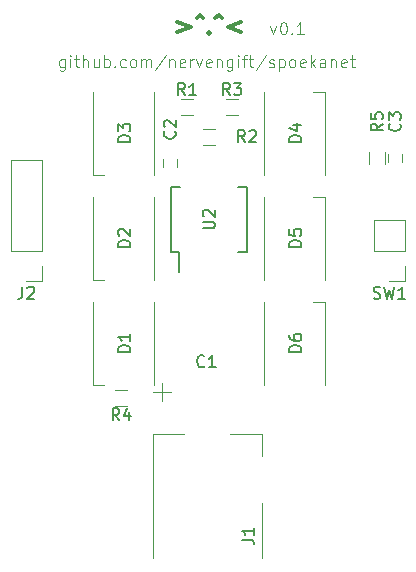
<source format=gto>
G04 #@! TF.GenerationSoftware,KiCad,Pcbnew,(5.0.0-rc2-206-gf10aa6c85)*
G04 #@! TF.CreationDate,2018-07-11T01:20:15+02:00*
G04 #@! TF.ProjectId,Sp_ka,5370F66B612E6B696361645F70636200,rev?*
G04 #@! TF.SameCoordinates,Original*
G04 #@! TF.FileFunction,Legend,Top*
G04 #@! TF.FilePolarity,Positive*
%FSLAX46Y46*%
G04 Gerber Fmt 4.6, Leading zero omitted, Abs format (unit mm)*
G04 Created by KiCad (PCBNEW (5.0.0-rc2-206-gf10aa6c85)) date Wed Jul 11 01:20:15 2018*
%MOMM*%
%LPD*%
G01*
G04 APERTURE LIST*
%ADD10C,0.300000*%
%ADD11C,0.100000*%
%ADD12C,0.120000*%
%ADD13C,0.150000*%
G04 APERTURE END LIST*
D10*
X133429714Y-94420571D02*
X134572571Y-94849142D01*
X133429714Y-95277714D01*
X135072571Y-94063428D02*
X135358285Y-93849142D01*
X135644000Y-94063428D01*
X136144000Y-95277714D02*
X136215428Y-95349142D01*
X136144000Y-95420571D01*
X136072571Y-95349142D01*
X136144000Y-95277714D01*
X136144000Y-95420571D01*
X136644000Y-94063428D02*
X136929714Y-93849142D01*
X137215428Y-94063428D01*
X138858285Y-94420571D02*
X137715428Y-94849142D01*
X138858285Y-95277714D01*
D11*
X141319428Y-94781714D02*
X141557523Y-95448380D01*
X141795619Y-94781714D01*
X142367047Y-94448380D02*
X142462285Y-94448380D01*
X142557523Y-94496000D01*
X142605142Y-94543619D01*
X142652761Y-94638857D01*
X142700380Y-94829333D01*
X142700380Y-95067428D01*
X142652761Y-95257904D01*
X142605142Y-95353142D01*
X142557523Y-95400761D01*
X142462285Y-95448380D01*
X142367047Y-95448380D01*
X142271809Y-95400761D01*
X142224190Y-95353142D01*
X142176571Y-95257904D01*
X142128952Y-95067428D01*
X142128952Y-94829333D01*
X142176571Y-94638857D01*
X142224190Y-94543619D01*
X142271809Y-94496000D01*
X142367047Y-94448380D01*
X143128952Y-95353142D02*
X143176571Y-95400761D01*
X143128952Y-95448380D01*
X143081333Y-95400761D01*
X143128952Y-95353142D01*
X143128952Y-95448380D01*
X144128952Y-95448380D02*
X143557523Y-95448380D01*
X143843238Y-95448380D02*
X143843238Y-94448380D01*
X143748000Y-94591238D01*
X143652761Y-94686476D01*
X143557523Y-94734095D01*
X123913809Y-97575714D02*
X123913809Y-98385238D01*
X123866190Y-98480476D01*
X123818571Y-98528095D01*
X123723333Y-98575714D01*
X123580476Y-98575714D01*
X123485238Y-98528095D01*
X123913809Y-98194761D02*
X123818571Y-98242380D01*
X123628095Y-98242380D01*
X123532857Y-98194761D01*
X123485238Y-98147142D01*
X123437619Y-98051904D01*
X123437619Y-97766190D01*
X123485238Y-97670952D01*
X123532857Y-97623333D01*
X123628095Y-97575714D01*
X123818571Y-97575714D01*
X123913809Y-97623333D01*
X124390000Y-98242380D02*
X124390000Y-97575714D01*
X124390000Y-97242380D02*
X124342380Y-97290000D01*
X124390000Y-97337619D01*
X124437619Y-97290000D01*
X124390000Y-97242380D01*
X124390000Y-97337619D01*
X124723333Y-97575714D02*
X125104285Y-97575714D01*
X124866190Y-97242380D02*
X124866190Y-98099523D01*
X124913809Y-98194761D01*
X125009047Y-98242380D01*
X125104285Y-98242380D01*
X125437619Y-98242380D02*
X125437619Y-97242380D01*
X125866190Y-98242380D02*
X125866190Y-97718571D01*
X125818571Y-97623333D01*
X125723333Y-97575714D01*
X125580476Y-97575714D01*
X125485238Y-97623333D01*
X125437619Y-97670952D01*
X126770952Y-97575714D02*
X126770952Y-98242380D01*
X126342380Y-97575714D02*
X126342380Y-98099523D01*
X126390000Y-98194761D01*
X126485238Y-98242380D01*
X126628095Y-98242380D01*
X126723333Y-98194761D01*
X126770952Y-98147142D01*
X127247142Y-98242380D02*
X127247142Y-97242380D01*
X127247142Y-97623333D02*
X127342380Y-97575714D01*
X127532857Y-97575714D01*
X127628095Y-97623333D01*
X127675714Y-97670952D01*
X127723333Y-97766190D01*
X127723333Y-98051904D01*
X127675714Y-98147142D01*
X127628095Y-98194761D01*
X127532857Y-98242380D01*
X127342380Y-98242380D01*
X127247142Y-98194761D01*
X128151904Y-98147142D02*
X128199523Y-98194761D01*
X128151904Y-98242380D01*
X128104285Y-98194761D01*
X128151904Y-98147142D01*
X128151904Y-98242380D01*
X129056666Y-98194761D02*
X128961428Y-98242380D01*
X128770952Y-98242380D01*
X128675714Y-98194761D01*
X128628095Y-98147142D01*
X128580476Y-98051904D01*
X128580476Y-97766190D01*
X128628095Y-97670952D01*
X128675714Y-97623333D01*
X128770952Y-97575714D01*
X128961428Y-97575714D01*
X129056666Y-97623333D01*
X129628095Y-98242380D02*
X129532857Y-98194761D01*
X129485238Y-98147142D01*
X129437619Y-98051904D01*
X129437619Y-97766190D01*
X129485238Y-97670952D01*
X129532857Y-97623333D01*
X129628095Y-97575714D01*
X129770952Y-97575714D01*
X129866190Y-97623333D01*
X129913809Y-97670952D01*
X129961428Y-97766190D01*
X129961428Y-98051904D01*
X129913809Y-98147142D01*
X129866190Y-98194761D01*
X129770952Y-98242380D01*
X129628095Y-98242380D01*
X130390000Y-98242380D02*
X130390000Y-97575714D01*
X130390000Y-97670952D02*
X130437619Y-97623333D01*
X130532857Y-97575714D01*
X130675714Y-97575714D01*
X130770952Y-97623333D01*
X130818571Y-97718571D01*
X130818571Y-98242380D01*
X130818571Y-97718571D02*
X130866190Y-97623333D01*
X130961428Y-97575714D01*
X131104285Y-97575714D01*
X131199523Y-97623333D01*
X131247142Y-97718571D01*
X131247142Y-98242380D01*
X132437619Y-97194761D02*
X131580476Y-98480476D01*
X132770952Y-97575714D02*
X132770952Y-98242380D01*
X132770952Y-97670952D02*
X132818571Y-97623333D01*
X132913809Y-97575714D01*
X133056666Y-97575714D01*
X133151904Y-97623333D01*
X133199523Y-97718571D01*
X133199523Y-98242380D01*
X134056666Y-98194761D02*
X133961428Y-98242380D01*
X133770952Y-98242380D01*
X133675714Y-98194761D01*
X133628095Y-98099523D01*
X133628095Y-97718571D01*
X133675714Y-97623333D01*
X133770952Y-97575714D01*
X133961428Y-97575714D01*
X134056666Y-97623333D01*
X134104285Y-97718571D01*
X134104285Y-97813809D01*
X133628095Y-97909047D01*
X134532857Y-98242380D02*
X134532857Y-97575714D01*
X134532857Y-97766190D02*
X134580476Y-97670952D01*
X134628095Y-97623333D01*
X134723333Y-97575714D01*
X134818571Y-97575714D01*
X135056666Y-97575714D02*
X135294761Y-98242380D01*
X135532857Y-97575714D01*
X136294761Y-98194761D02*
X136199523Y-98242380D01*
X136009047Y-98242380D01*
X135913809Y-98194761D01*
X135866190Y-98099523D01*
X135866190Y-97718571D01*
X135913809Y-97623333D01*
X136009047Y-97575714D01*
X136199523Y-97575714D01*
X136294761Y-97623333D01*
X136342380Y-97718571D01*
X136342380Y-97813809D01*
X135866190Y-97909047D01*
X136770952Y-97575714D02*
X136770952Y-98242380D01*
X136770952Y-97670952D02*
X136818571Y-97623333D01*
X136913809Y-97575714D01*
X137056666Y-97575714D01*
X137151904Y-97623333D01*
X137199523Y-97718571D01*
X137199523Y-98242380D01*
X138104285Y-97575714D02*
X138104285Y-98385238D01*
X138056666Y-98480476D01*
X138009047Y-98528095D01*
X137913809Y-98575714D01*
X137770952Y-98575714D01*
X137675714Y-98528095D01*
X138104285Y-98194761D02*
X138009047Y-98242380D01*
X137818571Y-98242380D01*
X137723333Y-98194761D01*
X137675714Y-98147142D01*
X137628095Y-98051904D01*
X137628095Y-97766190D01*
X137675714Y-97670952D01*
X137723333Y-97623333D01*
X137818571Y-97575714D01*
X138009047Y-97575714D01*
X138104285Y-97623333D01*
X138580476Y-98242380D02*
X138580476Y-97575714D01*
X138580476Y-97242380D02*
X138532857Y-97290000D01*
X138580476Y-97337619D01*
X138628095Y-97290000D01*
X138580476Y-97242380D01*
X138580476Y-97337619D01*
X138913809Y-97575714D02*
X139294761Y-97575714D01*
X139056666Y-98242380D02*
X139056666Y-97385238D01*
X139104285Y-97290000D01*
X139199523Y-97242380D01*
X139294761Y-97242380D01*
X139485238Y-97575714D02*
X139866190Y-97575714D01*
X139628095Y-97242380D02*
X139628095Y-98099523D01*
X139675714Y-98194761D01*
X139770952Y-98242380D01*
X139866190Y-98242380D01*
X140913809Y-97194761D02*
X140056666Y-98480476D01*
X141199523Y-98194761D02*
X141294761Y-98242380D01*
X141485238Y-98242380D01*
X141580476Y-98194761D01*
X141628095Y-98099523D01*
X141628095Y-98051904D01*
X141580476Y-97956666D01*
X141485238Y-97909047D01*
X141342380Y-97909047D01*
X141247142Y-97861428D01*
X141199523Y-97766190D01*
X141199523Y-97718571D01*
X141247142Y-97623333D01*
X141342380Y-97575714D01*
X141485238Y-97575714D01*
X141580476Y-97623333D01*
X142056666Y-97575714D02*
X142056666Y-98575714D01*
X142056666Y-97623333D02*
X142151904Y-97575714D01*
X142342380Y-97575714D01*
X142437619Y-97623333D01*
X142485238Y-97670952D01*
X142532857Y-97766190D01*
X142532857Y-98051904D01*
X142485238Y-98147142D01*
X142437619Y-98194761D01*
X142342380Y-98242380D01*
X142151904Y-98242380D01*
X142056666Y-98194761D01*
X143104285Y-98242380D02*
X143009047Y-98194761D01*
X142961428Y-98147142D01*
X142913809Y-98051904D01*
X142913809Y-97766190D01*
X142961428Y-97670952D01*
X143009047Y-97623333D01*
X143104285Y-97575714D01*
X143247142Y-97575714D01*
X143342380Y-97623333D01*
X143390000Y-97670952D01*
X143437619Y-97766190D01*
X143437619Y-98051904D01*
X143390000Y-98147142D01*
X143342380Y-98194761D01*
X143247142Y-98242380D01*
X143104285Y-98242380D01*
X144247142Y-98194761D02*
X144151904Y-98242380D01*
X143961428Y-98242380D01*
X143866190Y-98194761D01*
X143818571Y-98099523D01*
X143818571Y-97718571D01*
X143866190Y-97623333D01*
X143961428Y-97575714D01*
X144151904Y-97575714D01*
X144247142Y-97623333D01*
X144294761Y-97718571D01*
X144294761Y-97813809D01*
X143818571Y-97909047D01*
X144723333Y-98242380D02*
X144723333Y-97242380D01*
X144818571Y-97861428D02*
X145104285Y-98242380D01*
X145104285Y-97575714D02*
X144723333Y-97956666D01*
X145961428Y-98242380D02*
X145961428Y-97718571D01*
X145913809Y-97623333D01*
X145818571Y-97575714D01*
X145628095Y-97575714D01*
X145532857Y-97623333D01*
X145961428Y-98194761D02*
X145866190Y-98242380D01*
X145628095Y-98242380D01*
X145532857Y-98194761D01*
X145485238Y-98099523D01*
X145485238Y-98004285D01*
X145532857Y-97909047D01*
X145628095Y-97861428D01*
X145866190Y-97861428D01*
X145961428Y-97813809D01*
X146437619Y-97575714D02*
X146437619Y-98242380D01*
X146437619Y-97670952D02*
X146485238Y-97623333D01*
X146580476Y-97575714D01*
X146723333Y-97575714D01*
X146818571Y-97623333D01*
X146866190Y-97718571D01*
X146866190Y-98242380D01*
X147723333Y-98194761D02*
X147628095Y-98242380D01*
X147437619Y-98242380D01*
X147342380Y-98194761D01*
X147294761Y-98099523D01*
X147294761Y-97718571D01*
X147342380Y-97623333D01*
X147437619Y-97575714D01*
X147628095Y-97575714D01*
X147723333Y-97623333D01*
X147770952Y-97718571D01*
X147770952Y-97813809D01*
X147294761Y-97909047D01*
X148056666Y-97575714D02*
X148437619Y-97575714D01*
X148199523Y-97242380D02*
X148199523Y-98099523D01*
X148247142Y-98194761D01*
X148342380Y-98242380D01*
X148437619Y-98242380D01*
D12*
G04 #@! TO.C,J1*
X131416000Y-129275000D02*
X134016000Y-129275000D01*
X131416000Y-139775000D02*
X131416000Y-129275000D01*
X140616000Y-129275000D02*
X140616000Y-131175000D01*
X137916000Y-129275000D02*
X140616000Y-129275000D01*
X140616000Y-135175000D02*
X140616000Y-139775000D01*
G04 #@! TO.C,C1*
X132165000Y-124980000D02*
X132165000Y-126480000D01*
X131415000Y-125730000D02*
X132915000Y-125730000D01*
G04 #@! TO.C,C2*
X132242000Y-106710000D02*
X132242000Y-106010000D01*
X133442000Y-106010000D02*
X133442000Y-106710000D01*
G04 #@! TO.C,D1*
X126265102Y-125116798D02*
X127265102Y-125116798D01*
X126265102Y-118116798D02*
X126265102Y-125116798D01*
X131465102Y-118116798D02*
X131465102Y-125116798D01*
G04 #@! TO.C,D2*
X126265102Y-116226798D02*
X127265102Y-116226798D01*
X126265102Y-109226798D02*
X126265102Y-116226798D01*
X131465102Y-109226798D02*
X131465102Y-116226798D01*
G04 #@! TO.C,D3*
X126265102Y-107336798D02*
X127265102Y-107336798D01*
X126265102Y-100336798D02*
X126265102Y-107336798D01*
X131465102Y-100336798D02*
X131465102Y-107336798D01*
G04 #@! TO.C,D4*
X145943102Y-100336798D02*
X144943102Y-100336798D01*
X145943102Y-107336798D02*
X145943102Y-100336798D01*
X140743102Y-107336798D02*
X140743102Y-100336798D01*
G04 #@! TO.C,D5*
X145943102Y-109226798D02*
X144943102Y-109226798D01*
X145943102Y-116226798D02*
X145943102Y-109226798D01*
X140743102Y-116226798D02*
X140743102Y-109226798D01*
G04 #@! TO.C,D6*
X145943102Y-118116798D02*
X144943102Y-118116798D01*
X145943102Y-125116798D02*
X145943102Y-118116798D01*
X140743102Y-125116798D02*
X140743102Y-118116798D01*
G04 #@! TO.C,R1*
X133739000Y-100920000D02*
X134739000Y-100920000D01*
X134739000Y-102280000D02*
X133739000Y-102280000D01*
G04 #@! TO.C,R2*
X135644000Y-103460000D02*
X136644000Y-103460000D01*
X136644000Y-104820000D02*
X135644000Y-104820000D01*
G04 #@! TO.C,R3*
X137549000Y-100920000D02*
X138549000Y-100920000D01*
X138549000Y-102280000D02*
X137549000Y-102280000D01*
G04 #@! TO.C,R4*
X129194000Y-126918000D02*
X128194000Y-126918000D01*
X128194000Y-125558000D02*
X129194000Y-125558000D01*
D13*
G04 #@! TO.C,U2*
X133594000Y-113875000D02*
X133594000Y-115625000D01*
X139349000Y-113875000D02*
X139349000Y-108375000D01*
X132939000Y-113875000D02*
X132939000Y-108375000D01*
X139349000Y-113875000D02*
X138599000Y-113875000D01*
X139349000Y-108375000D02*
X138599000Y-108375000D01*
X132939000Y-108375000D02*
X133689000Y-108375000D01*
X132939000Y-113875000D02*
X133594000Y-113875000D01*
D12*
G04 #@! TO.C,C3*
X152492000Y-105568000D02*
X152492000Y-106268000D01*
X151292000Y-106268000D02*
X151292000Y-105568000D01*
G04 #@! TO.C,R5*
X149688000Y-106418000D02*
X149688000Y-105418000D01*
X151048000Y-105418000D02*
X151048000Y-106418000D01*
G04 #@! TO.C,SW1*
X152714000Y-111192000D02*
X150054000Y-111192000D01*
X152714000Y-113792000D02*
X152714000Y-111192000D01*
X150054000Y-113792000D02*
X150054000Y-111192000D01*
X152714000Y-113792000D02*
X150054000Y-113792000D01*
X152714000Y-115062000D02*
X152714000Y-116392000D01*
X152714000Y-116392000D02*
X151384000Y-116392000D01*
G04 #@! TO.C,J2*
X121980000Y-106112000D02*
X119320000Y-106112000D01*
X121980000Y-113792000D02*
X121980000Y-106112000D01*
X119320000Y-113792000D02*
X119320000Y-106112000D01*
X121980000Y-113792000D02*
X119320000Y-113792000D01*
X121980000Y-115062000D02*
X121980000Y-116392000D01*
X121980000Y-116392000D02*
X120650000Y-116392000D01*
G04 #@! TO.C,J1*
D13*
X138898380Y-138255333D02*
X139612666Y-138255333D01*
X139755523Y-138302952D01*
X139850761Y-138398190D01*
X139898380Y-138541047D01*
X139898380Y-138636285D01*
X139898380Y-137255333D02*
X139898380Y-137826761D01*
X139898380Y-137541047D02*
X138898380Y-137541047D01*
X139041238Y-137636285D01*
X139136476Y-137731523D01*
X139184095Y-137826761D01*
G04 #@! TO.C,C1*
X135723333Y-123547142D02*
X135675714Y-123594761D01*
X135532857Y-123642380D01*
X135437619Y-123642380D01*
X135294761Y-123594761D01*
X135199523Y-123499523D01*
X135151904Y-123404285D01*
X135104285Y-123213809D01*
X135104285Y-123070952D01*
X135151904Y-122880476D01*
X135199523Y-122785238D01*
X135294761Y-122690000D01*
X135437619Y-122642380D01*
X135532857Y-122642380D01*
X135675714Y-122690000D01*
X135723333Y-122737619D01*
X136675714Y-123642380D02*
X136104285Y-123642380D01*
X136390000Y-123642380D02*
X136390000Y-122642380D01*
X136294761Y-122785238D01*
X136199523Y-122880476D01*
X136104285Y-122928095D01*
G04 #@! TO.C,C2*
X133199142Y-103671666D02*
X133246761Y-103719285D01*
X133294380Y-103862142D01*
X133294380Y-103957380D01*
X133246761Y-104100238D01*
X133151523Y-104195476D01*
X133056285Y-104243095D01*
X132865809Y-104290714D01*
X132722952Y-104290714D01*
X132532476Y-104243095D01*
X132437238Y-104195476D01*
X132342000Y-104100238D01*
X132294380Y-103957380D01*
X132294380Y-103862142D01*
X132342000Y-103719285D01*
X132389619Y-103671666D01*
X132389619Y-103290714D02*
X132342000Y-103243095D01*
X132294380Y-103147857D01*
X132294380Y-102909761D01*
X132342000Y-102814523D01*
X132389619Y-102766904D01*
X132484857Y-102719285D01*
X132580095Y-102719285D01*
X132722952Y-102766904D01*
X133294380Y-103338333D01*
X133294380Y-102719285D01*
G04 #@! TO.C,D1*
X129439074Y-122354893D02*
X128439074Y-122354893D01*
X128439074Y-122116798D01*
X128486694Y-121973940D01*
X128581932Y-121878702D01*
X128677170Y-121831083D01*
X128867646Y-121783464D01*
X129010503Y-121783464D01*
X129200979Y-121831083D01*
X129296217Y-121878702D01*
X129391455Y-121973940D01*
X129439074Y-122116798D01*
X129439074Y-122354893D01*
X129439074Y-120831083D02*
X129439074Y-121402512D01*
X129439074Y-121116798D02*
X128439074Y-121116798D01*
X128581932Y-121212036D01*
X128677170Y-121307274D01*
X128724789Y-121402512D01*
G04 #@! TO.C,D2*
X129439074Y-113464893D02*
X128439074Y-113464893D01*
X128439074Y-113226798D01*
X128486694Y-113083940D01*
X128581932Y-112988702D01*
X128677170Y-112941083D01*
X128867646Y-112893464D01*
X129010503Y-112893464D01*
X129200979Y-112941083D01*
X129296217Y-112988702D01*
X129391455Y-113083940D01*
X129439074Y-113226798D01*
X129439074Y-113464893D01*
X128534313Y-112512512D02*
X128486694Y-112464893D01*
X128439074Y-112369655D01*
X128439074Y-112131559D01*
X128486694Y-112036321D01*
X128534313Y-111988702D01*
X128629551Y-111941083D01*
X128724789Y-111941083D01*
X128867646Y-111988702D01*
X129439074Y-112560131D01*
X129439074Y-111941083D01*
G04 #@! TO.C,D3*
X129439074Y-104574893D02*
X128439074Y-104574893D01*
X128439074Y-104336798D01*
X128486694Y-104193940D01*
X128581932Y-104098702D01*
X128677170Y-104051083D01*
X128867646Y-104003464D01*
X129010503Y-104003464D01*
X129200979Y-104051083D01*
X129296217Y-104098702D01*
X129391455Y-104193940D01*
X129439074Y-104336798D01*
X129439074Y-104574893D01*
X128439074Y-103670131D02*
X128439074Y-103051083D01*
X128820027Y-103384417D01*
X128820027Y-103241559D01*
X128867646Y-103146321D01*
X128915265Y-103098702D01*
X129010503Y-103051083D01*
X129248598Y-103051083D01*
X129343836Y-103098702D01*
X129391455Y-103146321D01*
X129439074Y-103241559D01*
X129439074Y-103527274D01*
X129391455Y-103622512D01*
X129343836Y-103670131D01*
G04 #@! TO.C,D4*
X143917074Y-104574893D02*
X142917074Y-104574893D01*
X142917074Y-104336798D01*
X142964694Y-104193940D01*
X143059932Y-104098702D01*
X143155170Y-104051083D01*
X143345646Y-104003464D01*
X143488503Y-104003464D01*
X143678979Y-104051083D01*
X143774217Y-104098702D01*
X143869455Y-104193940D01*
X143917074Y-104336798D01*
X143917074Y-104574893D01*
X143250408Y-103146321D02*
X143917074Y-103146321D01*
X142869455Y-103384417D02*
X143583741Y-103622512D01*
X143583741Y-103003464D01*
G04 #@! TO.C,D5*
X143917074Y-113464893D02*
X142917074Y-113464893D01*
X142917074Y-113226798D01*
X142964694Y-113083940D01*
X143059932Y-112988702D01*
X143155170Y-112941083D01*
X143345646Y-112893464D01*
X143488503Y-112893464D01*
X143678979Y-112941083D01*
X143774217Y-112988702D01*
X143869455Y-113083940D01*
X143917074Y-113226798D01*
X143917074Y-113464893D01*
X142917074Y-111988702D02*
X142917074Y-112464893D01*
X143393265Y-112512512D01*
X143345646Y-112464893D01*
X143298027Y-112369655D01*
X143298027Y-112131559D01*
X143345646Y-112036321D01*
X143393265Y-111988702D01*
X143488503Y-111941083D01*
X143726598Y-111941083D01*
X143821836Y-111988702D01*
X143869455Y-112036321D01*
X143917074Y-112131559D01*
X143917074Y-112369655D01*
X143869455Y-112464893D01*
X143821836Y-112512512D01*
G04 #@! TO.C,D6*
X143917074Y-122354893D02*
X142917074Y-122354893D01*
X142917074Y-122116798D01*
X142964694Y-121973940D01*
X143059932Y-121878702D01*
X143155170Y-121831083D01*
X143345646Y-121783464D01*
X143488503Y-121783464D01*
X143678979Y-121831083D01*
X143774217Y-121878702D01*
X143869455Y-121973940D01*
X143917074Y-122116798D01*
X143917074Y-122354893D01*
X142917074Y-120926321D02*
X142917074Y-121116798D01*
X142964694Y-121212036D01*
X143012313Y-121259655D01*
X143155170Y-121354893D01*
X143345646Y-121402512D01*
X143726598Y-121402512D01*
X143821836Y-121354893D01*
X143869455Y-121307274D01*
X143917074Y-121212036D01*
X143917074Y-121021559D01*
X143869455Y-120926321D01*
X143821836Y-120878702D01*
X143726598Y-120831083D01*
X143488503Y-120831083D01*
X143393265Y-120878702D01*
X143345646Y-120926321D01*
X143298027Y-121021559D01*
X143298027Y-121212036D01*
X143345646Y-121307274D01*
X143393265Y-121354893D01*
X143488503Y-121402512D01*
G04 #@! TO.C,R1*
X134072333Y-100602380D02*
X133739000Y-100126190D01*
X133500904Y-100602380D02*
X133500904Y-99602380D01*
X133881857Y-99602380D01*
X133977095Y-99650000D01*
X134024714Y-99697619D01*
X134072333Y-99792857D01*
X134072333Y-99935714D01*
X134024714Y-100030952D01*
X133977095Y-100078571D01*
X133881857Y-100126190D01*
X133500904Y-100126190D01*
X135024714Y-100602380D02*
X134453285Y-100602380D01*
X134739000Y-100602380D02*
X134739000Y-99602380D01*
X134643761Y-99745238D01*
X134548523Y-99840476D01*
X134453285Y-99888095D01*
G04 #@! TO.C,R2*
X139152333Y-104592380D02*
X138819000Y-104116190D01*
X138580904Y-104592380D02*
X138580904Y-103592380D01*
X138961857Y-103592380D01*
X139057095Y-103640000D01*
X139104714Y-103687619D01*
X139152333Y-103782857D01*
X139152333Y-103925714D01*
X139104714Y-104020952D01*
X139057095Y-104068571D01*
X138961857Y-104116190D01*
X138580904Y-104116190D01*
X139533285Y-103687619D02*
X139580904Y-103640000D01*
X139676142Y-103592380D01*
X139914238Y-103592380D01*
X140009476Y-103640000D01*
X140057095Y-103687619D01*
X140104714Y-103782857D01*
X140104714Y-103878095D01*
X140057095Y-104020952D01*
X139485666Y-104592380D01*
X140104714Y-104592380D01*
G04 #@! TO.C,R3*
X137882333Y-100602380D02*
X137549000Y-100126190D01*
X137310904Y-100602380D02*
X137310904Y-99602380D01*
X137691857Y-99602380D01*
X137787095Y-99650000D01*
X137834714Y-99697619D01*
X137882333Y-99792857D01*
X137882333Y-99935714D01*
X137834714Y-100030952D01*
X137787095Y-100078571D01*
X137691857Y-100126190D01*
X137310904Y-100126190D01*
X138215666Y-99602380D02*
X138834714Y-99602380D01*
X138501380Y-99983333D01*
X138644238Y-99983333D01*
X138739476Y-100030952D01*
X138787095Y-100078571D01*
X138834714Y-100173809D01*
X138834714Y-100411904D01*
X138787095Y-100507142D01*
X138739476Y-100554761D01*
X138644238Y-100602380D01*
X138358523Y-100602380D01*
X138263285Y-100554761D01*
X138215666Y-100507142D01*
G04 #@! TO.C,R4*
X128527333Y-128140380D02*
X128194000Y-127664190D01*
X127955904Y-128140380D02*
X127955904Y-127140380D01*
X128336857Y-127140380D01*
X128432095Y-127188000D01*
X128479714Y-127235619D01*
X128527333Y-127330857D01*
X128527333Y-127473714D01*
X128479714Y-127568952D01*
X128432095Y-127616571D01*
X128336857Y-127664190D01*
X127955904Y-127664190D01*
X129384476Y-127473714D02*
X129384476Y-128140380D01*
X129146380Y-127092761D02*
X128908285Y-127807047D01*
X129527333Y-127807047D01*
G04 #@! TO.C,U2*
X135596380Y-111886904D02*
X136405904Y-111886904D01*
X136501142Y-111839285D01*
X136548761Y-111791666D01*
X136596380Y-111696428D01*
X136596380Y-111505952D01*
X136548761Y-111410714D01*
X136501142Y-111363095D01*
X136405904Y-111315476D01*
X135596380Y-111315476D01*
X135691619Y-110886904D02*
X135644000Y-110839285D01*
X135596380Y-110744047D01*
X135596380Y-110505952D01*
X135644000Y-110410714D01*
X135691619Y-110363095D01*
X135786857Y-110315476D01*
X135882095Y-110315476D01*
X136024952Y-110363095D01*
X136596380Y-110934523D01*
X136596380Y-110315476D01*
G04 #@! TO.C,C3*
X152249142Y-103036666D02*
X152296761Y-103084285D01*
X152344380Y-103227142D01*
X152344380Y-103322380D01*
X152296761Y-103465238D01*
X152201523Y-103560476D01*
X152106285Y-103608095D01*
X151915809Y-103655714D01*
X151772952Y-103655714D01*
X151582476Y-103608095D01*
X151487238Y-103560476D01*
X151392000Y-103465238D01*
X151344380Y-103322380D01*
X151344380Y-103227142D01*
X151392000Y-103084285D01*
X151439619Y-103036666D01*
X151344380Y-102703333D02*
X151344380Y-102084285D01*
X151725333Y-102417619D01*
X151725333Y-102274761D01*
X151772952Y-102179523D01*
X151820571Y-102131904D01*
X151915809Y-102084285D01*
X152153904Y-102084285D01*
X152249142Y-102131904D01*
X152296761Y-102179523D01*
X152344380Y-102274761D01*
X152344380Y-102560476D01*
X152296761Y-102655714D01*
X152249142Y-102703333D01*
G04 #@! TO.C,R5*
X150820380Y-103036666D02*
X150344190Y-103370000D01*
X150820380Y-103608095D02*
X149820380Y-103608095D01*
X149820380Y-103227142D01*
X149868000Y-103131904D01*
X149915619Y-103084285D01*
X150010857Y-103036666D01*
X150153714Y-103036666D01*
X150248952Y-103084285D01*
X150296571Y-103131904D01*
X150344190Y-103227142D01*
X150344190Y-103608095D01*
X149820380Y-102131904D02*
X149820380Y-102608095D01*
X150296571Y-102655714D01*
X150248952Y-102608095D01*
X150201333Y-102512857D01*
X150201333Y-102274761D01*
X150248952Y-102179523D01*
X150296571Y-102131904D01*
X150391809Y-102084285D01*
X150629904Y-102084285D01*
X150725142Y-102131904D01*
X150772761Y-102179523D01*
X150820380Y-102274761D01*
X150820380Y-102512857D01*
X150772761Y-102608095D01*
X150725142Y-102655714D01*
G04 #@! TO.C,SW1*
X150050666Y-117796761D02*
X150193523Y-117844380D01*
X150431619Y-117844380D01*
X150526857Y-117796761D01*
X150574476Y-117749142D01*
X150622095Y-117653904D01*
X150622095Y-117558666D01*
X150574476Y-117463428D01*
X150526857Y-117415809D01*
X150431619Y-117368190D01*
X150241142Y-117320571D01*
X150145904Y-117272952D01*
X150098285Y-117225333D01*
X150050666Y-117130095D01*
X150050666Y-117034857D01*
X150098285Y-116939619D01*
X150145904Y-116892000D01*
X150241142Y-116844380D01*
X150479238Y-116844380D01*
X150622095Y-116892000D01*
X150955428Y-116844380D02*
X151193523Y-117844380D01*
X151384000Y-117130095D01*
X151574476Y-117844380D01*
X151812571Y-116844380D01*
X152717333Y-117844380D02*
X152145904Y-117844380D01*
X152431619Y-117844380D02*
X152431619Y-116844380D01*
X152336380Y-116987238D01*
X152241142Y-117082476D01*
X152145904Y-117130095D01*
G04 #@! TO.C,J2*
X120316666Y-116844380D02*
X120316666Y-117558666D01*
X120269047Y-117701523D01*
X120173809Y-117796761D01*
X120030952Y-117844380D01*
X119935714Y-117844380D01*
X120745238Y-116939619D02*
X120792857Y-116892000D01*
X120888095Y-116844380D01*
X121126190Y-116844380D01*
X121221428Y-116892000D01*
X121269047Y-116939619D01*
X121316666Y-117034857D01*
X121316666Y-117130095D01*
X121269047Y-117272952D01*
X120697619Y-117844380D01*
X121316666Y-117844380D01*
G04 #@! TD*
M02*

</source>
